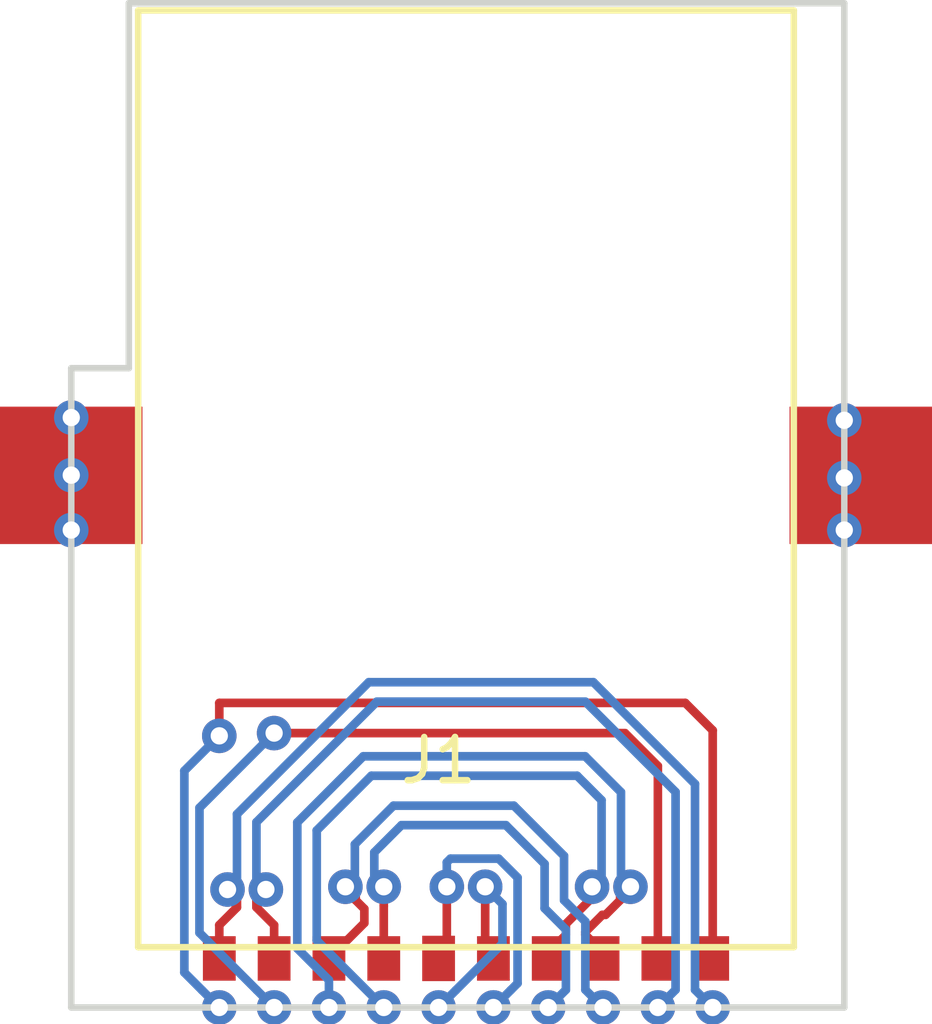
<source format=kicad_pcb>
(kicad_pcb (version 20171130) (host pcbnew "(5.0.1)-3")

  (general
    (thickness 1.6)
    (drawings 6)
    (tracks 133)
    (zones 0)
    (modules 1)
    (nets 12)
  )

  (page A4)
  (layers
    (0 F.Cu signal)
    (31 B.Cu signal)
    (32 B.Adhes user)
    (33 F.Adhes user)
    (34 B.Paste user)
    (35 F.Paste user)
    (36 B.SilkS user)
    (37 F.SilkS user)
    (38 B.Mask user)
    (39 F.Mask user)
    (40 Dwgs.User user)
    (41 Cmts.User user)
    (42 Eco1.User user)
    (43 Eco2.User user)
    (44 Edge.Cuts user)
    (45 Margin user)
    (46 B.CrtYd user)
    (47 F.CrtYd user)
    (48 B.Fab user)
    (49 F.Fab user)
  )

  (setup
    (last_trace_width 0.2)
    (trace_clearance 0.5)
    (zone_clearance 0.508)
    (zone_45_only no)
    (trace_min 0.2)
    (segment_width 0.2)
    (edge_width 0.15)
    (via_size 0.8)
    (via_drill 0.4)
    (via_min_size 0.4)
    (via_min_drill 0.3)
    (uvia_size 0.3)
    (uvia_drill 0.1)
    (uvias_allowed no)
    (uvia_min_size 0.2)
    (uvia_min_drill 0.1)
    (pcb_text_width 0.3)
    (pcb_text_size 1.5 1.5)
    (mod_edge_width 0.15)
    (mod_text_size 1 1)
    (mod_text_width 0.15)
    (pad_size 0.76 2.03)
    (pad_drill 0)
    (pad_to_mask_clearance 0.051)
    (solder_mask_min_width 0.25)
    (aux_axis_origin 0 0)
    (visible_elements 7FFFFFFF)
    (pcbplotparams
      (layerselection 0x010fc_ffffffff)
      (usegerberextensions false)
      (usegerberattributes false)
      (usegerberadvancedattributes false)
      (creategerberjobfile false)
      (excludeedgelayer true)
      (linewidth 0.100000)
      (plotframeref false)
      (viasonmask false)
      (mode 1)
      (useauxorigin false)
      (hpglpennumber 1)
      (hpglpenspeed 20)
      (hpglpendiameter 15.000000)
      (psnegative false)
      (psa4output false)
      (plotreference true)
      (plotvalue true)
      (plotinvisibletext false)
      (padsonsilk false)
      (subtractmaskfromsilk false)
      (outputformat 1)
      (mirror false)
      (drillshape 1)
      (scaleselection 1)
      (outputdirectory ""))
  )

  (net 0 "")
  (net 1 BI_DA-)
  (net 2 Earth)
  (net 3 BI_DA+)
  (net 4 BI_DB-)
  (net 5 BI_DB+)
  (net 6 BI_DC+)
  (net 7 BI_DD-)
  (net 8 BI_DD+)
  (net 9 CT)
  (net 10 GND)
  (net 11 BI_DC-)

  (net_class Default "This is the default net class."
    (clearance 0.5)
    (trace_width 0.2)
    (via_dia 0.8)
    (via_drill 0.4)
    (uvia_dia 0.3)
    (uvia_drill 0.1)
    (add_net BI_DA+)
    (add_net BI_DA-)
    (add_net BI_DB+)
    (add_net BI_DB-)
    (add_net BI_DC+)
    (add_net BI_DC-)
    (add_net BI_DD+)
    (add_net BI_DD-)
    (add_net CT)
    (add_net Earth)
    (add_net GND)
  )

  (module Archangel:7498111001_Short (layer F.Cu) (tedit 5C251202) (tstamp 5C49E377)
    (at 144.9705 112.5855)
    (tags ethernet)
    (path /5C24F382)
    (fp_text reference J1 (at 5.08 -5.08) (layer F.SilkS)
      (effects (font (size 1 1) (thickness 0.15)))
    )
    (fp_text value 7498111001 (at 6.096 -8.382) (layer F.Fab)
      (effects (font (size 1 1) (thickness 0.15)))
    )
    (fp_line (start -1.879 -0.76) (end 13.309 -0.76) (layer F.SilkS) (width 0.15))
    (fp_line (start 13.309 -22.44) (end 13.309 -0.76) (layer F.SilkS) (width 0.15))
    (fp_line (start -1.879 -22.44) (end -1.879 -0.76) (layer F.SilkS) (width 0.15))
    (fp_line (start -1.879 -22.44) (end 13.309 -22.44) (layer F.SilkS) (width 0.15))
    (pad 1 smd rect (at 0 -0.5) (size 0.76 1.03) (layers F.Cu F.Paste F.Mask)
      (net 1 BI_DA-))
    (pad 11 smd rect (at -3.43 -11.68) (size 3.3 3.18) (layers F.Cu F.Paste F.Mask)
      (net 2 Earth))
    (pad 12 smd rect (at 14.86 -11.68) (size 3.3 3.18) (layers F.Cu F.Paste F.Mask)
      (net 2 Earth))
    (pad "" np_thru_hole circle (at 0 -11.68) (size 3.22 3.22) (drill 3.22) (layers *.Cu *.Mask))
    (pad "" np_thru_hole circle (at 11.43 -11.68) (size 3.22 3.22) (drill 3.22) (layers *.Cu *.Mask))
    (pad 2 smd rect (at 1.27 -0.5) (size 0.76 1.03) (layers F.Cu F.Paste F.Mask)
      (net 3 BI_DA+))
    (pad 3 smd rect (at 2.54 -0.5) (size 0.76 1.03) (layers F.Cu F.Paste F.Mask)
      (net 4 BI_DB-))
    (pad 4 smd rect (at 3.81 -0.5) (size 0.76 1.03) (layers F.Cu F.Paste F.Mask)
      (net 5 BI_DB+))
    (pad 5 smd rect (at 5.08 -0.5) (size 0.76 1.05) (layers F.Cu F.Paste F.Mask)
      (net 11 BI_DC-))
    (pad 6 smd rect (at 6.35 -0.5) (size 0.76 1.03) (layers F.Cu F.Paste F.Mask)
      (net 6 BI_DC+))
    (pad 7 smd rect (at 7.62 -0.5) (size 0.76 1.03) (layers F.Cu F.Paste F.Mask)
      (net 7 BI_DD-))
    (pad 8 smd rect (at 8.89 -0.5) (size 0.76 1.03) (layers F.Cu F.Paste F.Mask)
      (net 8 BI_DD+))
    (pad 9 smd rect (at 10.16 -0.5) (size 0.76 1.03) (layers F.Cu F.Paste F.Mask)
      (net 9 CT))
    (pad 10 smd rect (at 11.43 -0.5) (size 0.76 1.03) (layers F.Cu F.Paste F.Mask)
      (net 10 GND))
  )

  (gr_line (start 141.5415 113.2205) (end 159.4485 113.2205) (layer Edge.Cuts) (width 0.15))
  (gr_line (start 141.5415 98.425) (end 141.5415 113.2205) (layer Edge.Cuts) (width 0.15))
  (gr_line (start 142.875 98.425) (end 141.5415 98.425) (layer Edge.Cuts) (width 0.15))
  (gr_line (start 142.875 89.9795) (end 142.875 98.425) (layer Edge.Cuts) (width 0.15))
  (gr_line (start 159.4485 89.9795) (end 142.875 89.9795) (layer Edge.Cuts) (width 0.15))
  (gr_line (start 159.4485 113.2205) (end 159.4485 89.9795) (layer Edge.Cuts) (width 0.15))

  (via (at 141.5415 102.1715) (size 0.8) (drill 0.4) (layers F.Cu B.Cu) (net 2))
  (via (at 141.5415 100.9015) (size 0.8) (drill 0.4) (layers F.Cu B.Cu) (net 2))
  (via (at 141.5415 99.568) (size 0.8) (drill 0.4) (layers F.Cu B.Cu) (net 2))
  (via (at 159.4485 102.1715) (size 0.8) (drill 0.4) (layers F.Cu B.Cu) (net 2))
  (via (at 159.4485 100.965) (size 0.8) (drill 0.4) (layers F.Cu B.Cu) (net 2))
  (via (at 159.4485 99.6315) (size 0.8) (drill 0.4) (layers F.Cu B.Cu) (net 2))
  (via (at 145.161 110.49) (size 0.8) (drill 0.4) (layers F.Cu B.Cu) (net 1))
  (via (at 146.05 110.49) (size 0.8) (drill 0.4) (layers F.Cu B.Cu) (net 3))
  (via (at 144.9705 113.2205) (size 0.8) (drill 0.4) (layers F.Cu B.Cu) (net 10))
  (via (at 146.2405 113.2205) (size 0.8) (drill 0.4) (layers F.Cu B.Cu) (net 9))
  (via (at 147.5105 113.2205) (size 0.8) (drill 0.4) (layers F.Cu B.Cu) (net 8))
  (via (at 148.7805 113.2205) (size 0.8) (drill 0.4) (layers F.Cu B.Cu) (net 7))
  (via (at 150.0505 113.2205) (size 0.8) (drill 0.4) (layers F.Cu B.Cu) (net 6))
  (via (at 151.3205 113.2205) (size 0.8) (drill 0.4) (layers F.Cu B.Cu) (net 11))
  (via (at 152.5905 113.2205) (size 0.8) (drill 0.4) (layers F.Cu B.Cu) (net 5))
  (via (at 153.8605 113.2205) (size 0.8) (drill 0.4) (layers F.Cu B.Cu) (net 4))
  (via (at 155.1305 113.2205) (size 0.8) (drill 0.4) (layers F.Cu B.Cu) (net 3))
  (via (at 156.4005 113.2205) (size 0.8) (drill 0.4) (layers F.Cu B.Cu) (net 1))
  (segment (start 145.3805 110.7095) (end 145.3805 110.902999) (width 0.2) (layer F.Cu) (net 1))
  (segment (start 145.161 110.49) (end 145.3805 110.7095) (width 0.2) (layer F.Cu) (net 1))
  (segment (start 145.3805 110.902999) (end 144.9705 111.312999) (width 0.2) (layer F.Cu) (net 1))
  (segment (start 144.9705 111.312999) (end 144.9705 112.0855) (width 0.2) (layer F.Cu) (net 1))
  (segment (start 155.9905 112.8105) (end 156.4005 113.2205) (width 0.2) (layer B.Cu) (net 1))
  (segment (start 155.9905 108.0473) (end 155.9905 112.8105) (width 0.2) (layer B.Cu) (net 1))
  (segment (start 153.6362 105.693) (end 155.9905 108.0473) (width 0.2) (layer B.Cu) (net 1))
  (segment (start 145.161 110.49) (end 145.3805 110.2705) (width 0.2) (layer B.Cu) (net 1))
  (segment (start 145.3805 110.2705) (end 145.3805 108.7458) (width 0.2) (layer B.Cu) (net 1))
  (segment (start 145.3805 108.7458) (end 148.4333 105.693) (width 0.2) (layer B.Cu) (net 1))
  (segment (start 148.4333 105.693) (end 153.6362 105.693) (width 0.2) (layer B.Cu) (net 1))
  (segment (start 145.8305 110.902999) (end 146.2405 111.312999) (width 0.2) (layer F.Cu) (net 3))
  (segment (start 146.2405 111.312999) (end 146.2405 112.0855) (width 0.2) (layer F.Cu) (net 3))
  (segment (start 146.05 110.49) (end 145.8305 110.7095) (width 0.2) (layer F.Cu) (net 3))
  (segment (start 145.8305 110.7095) (end 145.8305 110.902999) (width 0.2) (layer F.Cu) (net 3))
  (segment (start 155.5405 108.2337) (end 155.5405 112.8105) (width 0.2) (layer B.Cu) (net 3))
  (segment (start 153.4498 106.143) (end 155.5405 108.2337) (width 0.2) (layer B.Cu) (net 3))
  (segment (start 148.6197 106.143) (end 153.4498 106.143) (width 0.2) (layer B.Cu) (net 3))
  (segment (start 145.8305 108.9322) (end 148.6197 106.143) (width 0.2) (layer B.Cu) (net 3))
  (segment (start 145.8305 110.2705) (end 145.8305 108.9322) (width 0.2) (layer B.Cu) (net 3))
  (segment (start 146.05 110.49) (end 145.8305 110.2705) (width 0.2) (layer B.Cu) (net 3))
  (segment (start 155.5405 112.8105) (end 155.1305 113.2205) (width 0.2) (layer B.Cu) (net 3))
  (via (at 144.9705 106.934) (size 0.8) (drill 0.4) (layers F.Cu B.Cu) (net 10))
  (via (at 146.2405 106.8705) (size 0.8) (drill 0.4) (layers F.Cu B.Cu) (net 9))
  (via (at 147.8915 110.4265) (size 0.8) (drill 0.4) (layers F.Cu B.Cu) (net 4))
  (segment (start 148.3305 111.2655) (end 148.3305 110.938502) (width 0.2) (layer F.Cu) (net 4))
  (segment (start 147.5105 112.0855) (end 148.3305 111.2655) (width 0.2) (layer F.Cu) (net 4))
  (segment (start 148.3305 110.938502) (end 148.130499 110.738501) (width 0.2) (layer F.Cu) (net 4))
  (segment (start 148.130499 110.738501) (end 148.130499 110.665499) (width 0.2) (layer F.Cu) (net 4))
  (segment (start 148.130499 110.665499) (end 147.8915 110.4265) (width 0.2) (layer F.Cu) (net 4))
  (segment (start 147.8915 110.4265) (end 148.111 110.207) (width 0.2) (layer B.Cu) (net 4))
  (segment (start 153.4505 111.232502) (end 153.4505 112.8105) (width 0.2) (layer B.Cu) (net 4))
  (segment (start 153.4505 112.8105) (end 153.8605 113.2205) (width 0.2) (layer B.Cu) (net 4))
  (segment (start 152.956499 109.712299) (end 152.956499 110.738501) (width 0.2) (layer B.Cu) (net 4))
  (segment (start 152.956499 110.738501) (end 153.4505 111.232502) (width 0.2) (layer B.Cu) (net 4))
  (segment (start 148.111 110.207) (end 148.111 109.4443) (width 0.2) (layer B.Cu) (net 4))
  (segment (start 148.111 109.4443) (end 149.0048 108.5505) (width 0.2) (layer B.Cu) (net 4))
  (segment (start 149.0048 108.5505) (end 151.7947 108.5505) (width 0.2) (layer B.Cu) (net 4))
  (segment (start 151.7947 108.5505) (end 152.956499 109.712299) (width 0.2) (layer B.Cu) (net 4))
  (via (at 148.7805 110.4265) (size 0.8) (drill 0.4) (layers F.Cu B.Cu) (net 5))
  (segment (start 148.7805 110.8655) (end 148.7805 110.4265) (width 0.2) (layer F.Cu) (net 5))
  (segment (start 148.7805 112.0855) (end 148.7805 110.8655) (width 0.2) (layer F.Cu) (net 5))
  (segment (start 153.0005 112.8105) (end 152.5905 113.2205) (width 0.2) (layer B.Cu) (net 5))
  (segment (start 153.0005 111.418885) (end 153.0005 112.8105) (width 0.2) (layer B.Cu) (net 5))
  (segment (start 148.7805 110.4265) (end 148.561 110.207) (width 0.2) (layer B.Cu) (net 5))
  (segment (start 152.506508 109.898708) (end 152.506508 110.924893) (width 0.2) (layer B.Cu) (net 5))
  (segment (start 152.506508 110.924893) (end 153.0005 111.418885) (width 0.2) (layer B.Cu) (net 5))
  (segment (start 148.561 110.207) (end 148.561 109.6307) (width 0.2) (layer B.Cu) (net 5))
  (segment (start 148.561 109.6307) (end 149.1912 109.0005) (width 0.2) (layer B.Cu) (net 5))
  (segment (start 151.6083 109.0005) (end 152.506508 109.898708) (width 0.2) (layer B.Cu) (net 5))
  (segment (start 149.1912 109.0005) (end 151.6083 109.0005) (width 0.2) (layer B.Cu) (net 5))
  (via (at 150.241 110.4265) (size 0.8) (drill 0.4) (layers F.Cu B.Cu) (net 11))
  (via (at 151.13 110.4265) (size 0.8) (drill 0.4) (layers F.Cu B.Cu) (net 6))
  (segment (start 151.3205 112.0855) (end 151.3205 111.9405) (width 0.2) (layer F.Cu) (net 6))
  (segment (start 151.13 111.895) (end 151.3205 112.0855) (width 0.2) (layer F.Cu) (net 6))
  (segment (start 151.13 110.4265) (end 151.13 111.895) (width 0.2) (layer F.Cu) (net 6))
  (segment (start 150.450499 112.820501) (end 150.0505 113.2205) (width 0.2) (layer B.Cu) (net 6))
  (segment (start 151.529999 111.741001) (end 150.450499 112.820501) (width 0.2) (layer B.Cu) (net 6))
  (segment (start 151.529999 110.826499) (end 151.529999 111.741001) (width 0.2) (layer B.Cu) (net 6))
  (segment (start 151.13 110.4265) (end 151.529999 110.826499) (width 0.2) (layer B.Cu) (net 6))
  (via (at 153.6065 110.4265) (size 0.8) (drill 0.4) (layers F.Cu B.Cu) (net 7))
  (segment (start 152.5905 111.9505) (end 152.5905 112.0855) (width 0.2) (layer F.Cu) (net 7))
  (segment (start 153.6065 110.679103) (end 153.0005 111.285103) (width 0.2) (layer F.Cu) (net 7))
  (segment (start 153.6065 110.4265) (end 153.6065 110.679103) (width 0.2) (layer F.Cu) (net 7))
  (segment (start 153.0005 111.285103) (end 153.0005 111.5405) (width 0.2) (layer F.Cu) (net 7))
  (segment (start 153.0005 111.5405) (end 152.5905 111.9505) (width 0.2) (layer F.Cu) (net 7))
  (segment (start 148.4927 107.8575) (end 147.2275 109.1227) (width 0.2) (layer B.Cu) (net 7))
  (segment (start 147.2275 111.6675) (end 148.7805 113.2205) (width 0.2) (layer B.Cu) (net 7))
  (segment (start 153.6065 110.4265) (end 153.826 110.207) (width 0.2) (layer B.Cu) (net 7))
  (segment (start 153.826 110.207) (end 153.826 108.4242) (width 0.2) (layer B.Cu) (net 7))
  (segment (start 153.826 108.4242) (end 153.2593 107.8575) (width 0.2) (layer B.Cu) (net 7))
  (segment (start 147.2275 109.1227) (end 147.2275 111.6675) (width 0.2) (layer B.Cu) (net 7))
  (segment (start 153.2593 107.8575) (end 148.4927 107.8575) (width 0.2) (layer B.Cu) (net 7))
  (via (at 154.4955 110.4265) (size 0.8) (drill 0.4) (layers F.Cu B.Cu) (net 8))
  (segment (start 153.8605 111.9505) (end 153.8605 112.0855) (width 0.2) (layer F.Cu) (net 8))
  (segment (start 153.4505 111.4715) (end 153.4505 111.5405) (width 0.2) (layer F.Cu) (net 8))
  (segment (start 153.845499 111.076501) (end 153.4505 111.4715) (width 0.2) (layer F.Cu) (net 8))
  (segment (start 153.918501 111.076501) (end 153.845499 111.076501) (width 0.2) (layer F.Cu) (net 8))
  (segment (start 154.256501 110.738501) (end 153.918501 111.076501) (width 0.2) (layer F.Cu) (net 8))
  (segment (start 153.4505 111.5405) (end 153.8605 111.9505) (width 0.2) (layer F.Cu) (net 8))
  (segment (start 154.4955 110.4265) (end 154.256501 110.665499) (width 0.2) (layer F.Cu) (net 8))
  (segment (start 154.256501 110.665499) (end 154.256501 110.738501) (width 0.2) (layer F.Cu) (net 8))
  (segment (start 147.5105 112.586897) (end 147.5105 113.2205) (width 0.2) (layer B.Cu) (net 8))
  (segment (start 146.7775 111.853897) (end 147.5105 112.586897) (width 0.2) (layer B.Cu) (net 8))
  (segment (start 146.7775 108.9363) (end 146.7775 111.853897) (width 0.2) (layer B.Cu) (net 8))
  (segment (start 153.4457 107.4075) (end 148.3063 107.4075) (width 0.2) (layer B.Cu) (net 8))
  (segment (start 154.276 108.2378) (end 153.4457 107.4075) (width 0.2) (layer B.Cu) (net 8))
  (segment (start 154.276 110.207) (end 154.276 108.2378) (width 0.2) (layer B.Cu) (net 8))
  (segment (start 148.3063 107.4075) (end 146.7775 108.9363) (width 0.2) (layer B.Cu) (net 8))
  (segment (start 154.4955 110.4265) (end 154.276 110.207) (width 0.2) (layer B.Cu) (net 8))
  (segment (start 155.1305 107.6325) (end 155.1305 112.0855) (width 0.2) (layer F.Cu) (net 9))
  (segment (start 146.2405 106.8705) (end 154.3685 106.8705) (width 0.2) (layer F.Cu) (net 9))
  (segment (start 154.3685 106.8705) (end 155.1305 107.6325) (width 0.2) (layer F.Cu) (net 9))
  (segment (start 145.840501 112.820501) (end 146.2405 113.2205) (width 0.2) (layer B.Cu) (net 9))
  (segment (start 144.510999 111.490999) (end 145.840501 112.820501) (width 0.2) (layer B.Cu) (net 9))
  (segment (start 144.510999 108.600001) (end 144.510999 111.490999) (width 0.2) (layer B.Cu) (net 9))
  (segment (start 146.2405 106.8705) (end 144.510999 108.600001) (width 0.2) (layer B.Cu) (net 9))
  (segment (start 144.9705 106.934) (end 144.9705 106.172) (width 0.2) (layer F.Cu) (net 10))
  (segment (start 144.9705 106.172) (end 155.7655 106.172) (width 0.2) (layer F.Cu) (net 10))
  (segment (start 156.4005 106.807) (end 156.4005 112.0855) (width 0.2) (layer F.Cu) (net 10))
  (segment (start 155.7655 106.172) (end 156.4005 106.807) (width 0.2) (layer F.Cu) (net 10))
  (segment (start 144.570501 112.820501) (end 144.9705 113.2205) (width 0.2) (layer B.Cu) (net 10))
  (segment (start 144.160989 112.410989) (end 144.570501 112.820501) (width 0.2) (layer B.Cu) (net 10))
  (segment (start 144.160989 107.743511) (end 144.160989 112.410989) (width 0.2) (layer B.Cu) (net 10))
  (segment (start 144.9705 106.934) (end 144.160989 107.743511) (width 0.2) (layer B.Cu) (net 10))
  (segment (start 150.0505 112.0855) (end 150.0505 111.9405) (width 0.2) (layer F.Cu) (net 11))
  (segment (start 150.241 111.895) (end 150.0505 112.0855) (width 0.2) (layer F.Cu) (net 11))
  (segment (start 150.241 110.4265) (end 150.241 111.895) (width 0.2) (layer F.Cu) (net 11))
  (segment (start 151.720499 112.820501) (end 151.3205 113.2205) (width 0.2) (layer B.Cu) (net 11))
  (segment (start 151.880009 112.660991) (end 151.720499 112.820501) (width 0.2) (layer B.Cu) (net 11))
  (segment (start 151.880009 110.214507) (end 151.880009 112.660991) (width 0.2) (layer B.Cu) (net 11))
  (segment (start 151.442001 109.776499) (end 151.880009 110.214507) (width 0.2) (layer B.Cu) (net 11))
  (segment (start 150.325316 109.776499) (end 151.442001 109.776499) (width 0.2) (layer B.Cu) (net 11))
  (segment (start 150.241 109.860815) (end 150.325316 109.776499) (width 0.2) (layer B.Cu) (net 11))
  (segment (start 150.241 110.4265) (end 150.241 109.860815) (width 0.2) (layer B.Cu) (net 11))

)

</source>
